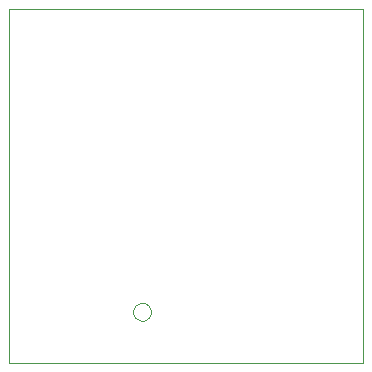
<source format=gm1>
G75*
%MOIN*%
%OFA0B0*%
%FSLAX24Y24*%
%IPPOS*%
%LPD*%
%AMOC8*
5,1,8,0,0,1.08239X$1,22.5*
%
%ADD10C,0.0000*%
D10*
X000181Y000220D02*
X000181Y012031D01*
X011992Y012031D01*
X011992Y000220D01*
X000181Y000220D01*
X004327Y001931D02*
X004329Y001965D01*
X004335Y001999D01*
X004345Y002032D01*
X004358Y002063D01*
X004376Y002093D01*
X004396Y002121D01*
X004420Y002146D01*
X004446Y002168D01*
X004474Y002186D01*
X004505Y002202D01*
X004537Y002214D01*
X004571Y002222D01*
X004605Y002226D01*
X004639Y002226D01*
X004673Y002222D01*
X004707Y002214D01*
X004739Y002202D01*
X004769Y002186D01*
X004798Y002168D01*
X004824Y002146D01*
X004848Y002121D01*
X004868Y002093D01*
X004886Y002063D01*
X004899Y002032D01*
X004909Y001999D01*
X004915Y001965D01*
X004917Y001931D01*
X004915Y001897D01*
X004909Y001863D01*
X004899Y001830D01*
X004886Y001799D01*
X004868Y001769D01*
X004848Y001741D01*
X004824Y001716D01*
X004798Y001694D01*
X004770Y001676D01*
X004739Y001660D01*
X004707Y001648D01*
X004673Y001640D01*
X004639Y001636D01*
X004605Y001636D01*
X004571Y001640D01*
X004537Y001648D01*
X004505Y001660D01*
X004474Y001676D01*
X004446Y001694D01*
X004420Y001716D01*
X004396Y001741D01*
X004376Y001769D01*
X004358Y001799D01*
X004345Y001830D01*
X004335Y001863D01*
X004329Y001897D01*
X004327Y001931D01*
M02*

</source>
